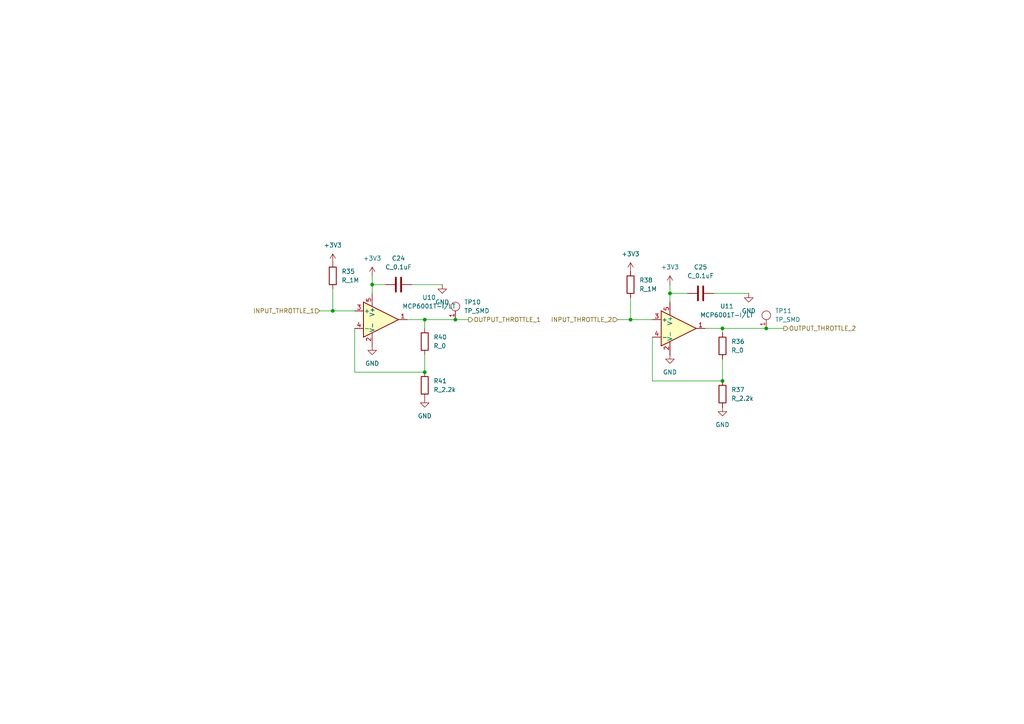
<source format=kicad_sch>
(kicad_sch (version 20250114) (generator "eeschema") (generator_version "9.0")
  (paper "A4")
  (title_block (title "Throttle Position Sensor") (comment 1 "By Leo Liao"))
  (lib_symbols
    (symbol "OEM:C_0.1uF_16V_0603" (pin_numbers (hide yes)) (pin_names (offset 0.254))
      (property "Reference" "C" (at 0.635 2.54 0))
      (property "Value" "C_0.1uF_16V" (at 0.635 -2.54 0))
      (symbol "C_0.1uF_16V_0603_0_1"
        (polyline (pts (xy -2.032 0.762) (xy 2.032 0.762)) (stroke (width 0.508)))
        (polyline (pts (xy -2.032 -0.762) (xy 2.032 -0.762)) (stroke (width 0.508)))
      )
      (symbol "C_0.1uF_16V_0603_1_1"
        (pin passive line (at 0 3.81 270) (length 2.794) (name "~") (number "1"))
        (pin passive line (at 0 -3.81 90) (length 2.794) (name "~") (number "2"))
      )
    )
    (symbol "OEM:R_0_0.1W_0603" (pin_numbers (hide yes)) (pin_names (offset 0))
      (property "Reference" "R" (at 2.032 0 90))
      (property "Value" "R_0" (at 0 0 90))
      (symbol "R_0_0.1W_0603_0_1"
        (rectangle (start -1.016 -2.54) (end 1.016 2.54) (stroke (width 0.254)))
      )
      (symbol "R_0_0.1W_0603_1_1"
        (pin passive line (at 0 3.81 270) (length 1.27) (name "~") (number "1"))
        (pin passive line (at 0 -3.81 90) (length 1.27) (name "~") (number "2"))
      )
    )
    (symbol "OEM:R_1M_0.1W_0603" (pin_numbers (hide yes)) (pin_names (offset 0))
      (property "Reference" "R" (at 2.032 0 90))
      (property "Value" "R_1M" (at 0 0 90))
      (symbol "R_1M_0.1W_0603_0_1"
        (rectangle (start -1.016 -2.54) (end 1.016 2.54) (stroke (width 0.254)))
      )
      (symbol "R_1M_0.1W_0603_1_1"
        (pin passive line (at 0 3.81 270) (length 1.27) (name "~") (number "1"))
        (pin passive line (at 0 -3.81 90) (length 1.27) (name "~") (number "2"))
      )
    )
    (symbol "OEM:R_2.2k_0.1W_0603" (pin_numbers (hide yes)) (pin_names (offset 0))
      (property "Reference" "R" (at 2.032 0 90))
      (property "Value" "R_2.2k" (at 0 0 90))
      (symbol "R_2.2k_0.1W_0603_0_1"
        (rectangle (start -1.016 -2.54) (end 1.016 2.54) (stroke (width 0.254)))
      )
      (symbol "R_2.2k_0.1W_0603_1_1"
        (pin passive line (at 0 3.81 270) (length 1.27) (name "~") (number "1"))
        (pin passive line (at 0 -3.81 90) (length 1.27) (name "~") (number "2"))
      )
    )
    (symbol "OEM:TP_Hook_SMD" (pin_names (offset 1.016))
      (property "Reference" "TP" (at 0 7.62 0))
      (property "Value" "TP_SMD" (at 1.27 5.08 0))
      (symbol "TP_Hook_SMD_1_1"
        (circle (center 0 2.54) (radius 1.27))
        (pin input line (at 0 -1.27 90) (length 2.54) (name "~") (number "1"))
      )
    )
    (symbol "OEM:U_OpAmp_MCP6001T-ILT_SOT-353" (pin_names (offset 0.127))
      (property "Reference" "U" (at 0 5.08 0))
      (property "Value" "MCP6001T-I/LT" (at 0 -5.08 0))
      (symbol "U_OpAmp_MCP6001T-ILT_SOT-353_0_1"
        (polyline (pts (xy -5.08 5.08) (xy 5.08 0) (xy -5.08 -5.08) (xy -5.08 5.08)) (stroke (width 0.254)) (fill (type background)))
        (pin power_in line (at -2.54 7.62 270) (length 3.81) (name "V+") (number "5"))
        (pin power_in line (at -2.54 -7.62 90) (length 3.81) (name "V-") (number "2"))
      )
      (symbol "U_OpAmp_MCP6001T-ILT_SOT-353_1_1"
        (pin input line (at -7.62 2.54 0) (length 2.54) (name "+") (number "3"))
        (pin input line (at -7.62 -2.54 0) (length 2.54) (name "-") (number "4"))
        (pin output line (at 7.62 0 180) (length 2.54) (name "~") (number "1"))
      )
    )
    (symbol "power:+3V3" (power) (pin_numbers (hide yes)) (pin_names (offset 0) (hide yes))
      (property "Value" "+3V3" (at 0 3.556 0))
      (symbol "+3V3_0_1"
        (polyline (pts (xy -0.762 1.27) (xy 0 2.54)))
        (polyline (pts (xy 0 2.54) (xy 0.762 1.27)))
        (polyline (pts (xy 0 0) (xy 0 2.54)))
      )
      (symbol "+3V3_1_1"
        (pin power_in line (at 0 0 90) (length 0) (name "~") (number "1"))
      )
    )
    (symbol "power:GND" (power) (pin_numbers (hide yes)) (pin_names (offset 0) (hide yes))
      (property "Value" "GND" (at 0 -3.81 0))
      (symbol "GND_0_1"
        (polyline (pts (xy 0 0) (xy 0 -1.27) (xy 1.27 -1.27) (xy 0 -2.54) (xy -1.27 -1.27) (xy 0 -1.27)))
      )
      (symbol "GND_1_1"
        (pin power_in line (at 0 0 270) (length 0) (name "~") (number "1"))
      )
    )
  )
  (junction (at 123.19 107.95))
  (junction (at 222.25 95.25))
  (junction (at 194.31 85.09))
  (junction (at 107.95 82.55))
  (junction (at 182.88 92.71))
  (junction (at 96.52 90.17))
  (junction (at 132.08 92.71))
  (junction (at 209.55 110.49))
  (junction (at 123.19 92.71))
  (junction (at 209.55 95.25))
  (wire (pts (xy 107.95 82.55) (xy 111.76 82.55)))
  (wire (pts (xy 199.39 85.09) (xy 194.31 85.09)))
  (wire (pts (xy 96.52 90.17) (xy 102.87 90.17)))
  (wire (pts (xy 194.31 82.55) (xy 194.31 85.09)))
  (wire (pts (xy 182.88 86.36) (xy 182.88 92.71)))
  (wire (pts (xy 118.11 92.71) (xy 123.19 92.71)))
  (wire (pts (xy 209.55 104.14) (xy 209.55 110.49)))
  (wire (pts (xy 209.55 110.49) (xy 189.23 110.49)))
  (wire (pts (xy 209.55 95.25) (xy 222.25 95.25)))
  (wire (pts (xy 107.95 80.01) (xy 107.95 82.55)))
  (wire (pts (xy 189.23 110.49) (xy 189.23 97.79)))
  (wire (pts (xy 207.01 85.09) (xy 217.17 85.09)))
  (wire (pts (xy 123.19 102.87) (xy 123.19 107.95)))
  (wire (pts (xy 128.27 82.55) (xy 119.38 82.55)))
  (wire (pts (xy 123.19 107.95) (xy 102.87 107.95)))
  (wire (pts (xy 222.25 95.25) (xy 227.33 95.25)))
  (wire (pts (xy 179.07 92.71) (xy 182.88 92.71)))
  (wire (pts (xy 102.87 107.95) (xy 102.87 95.25)))
  (wire (pts (xy 182.88 92.71) (xy 189.23 92.71)))
  (wire (pts (xy 107.95 82.55) (xy 107.95 85.09)))
  (wire (pts (xy 92.71 90.17) (xy 96.52 90.17)))
  (wire (pts (xy 194.31 85.09) (xy 194.31 87.63)))
  (wire (pts (xy 96.52 83.82) (xy 96.52 90.17)))
  (wire (pts (xy 132.08 92.71) (xy 135.89 92.71)))
  (wire (pts (xy 209.55 95.25) (xy 209.55 96.52)))
  (wire (pts (xy 123.19 95.25) (xy 123.19 92.71)))
  (wire (pts (xy 123.19 92.71) (xy 132.08 92.71)))
  (wire (pts (xy 204.47 95.25) (xy 209.55 95.25)))
  (hierarchical_label "INPUT_THROTTLE_1" (shape input) (at 92.71 90.17 180))
  (hierarchical_label "INPUT_THROTTLE_2" (shape input) (at 179.07 92.71 180))
  (hierarchical_label "OUTPUT_THROTTLE_2" (shape output) (at 227.33 95.25 0))
  (hierarchical_label "OUTPUT_THROTTLE_1" (shape output) (at 135.89 92.71 0))
  (symbol (lib_id "power:+3V3") (at 96.52 76.2 0) (unit 1)
    (property "Reference" "#PWR?" (effects (hide yes)))
    (property "Value" "+3V3" (at 96.52 71.12 0))
    (property "Description" "Power symbol creates a global label with name \"+3V3\"" (effects (hide yes)))
  )
  (symbol (lib_id "power:GND") (at 194.31 102.87 0) (unit 1)
    (property "Reference" "#PWR?" (effects (hide yes)))
    (property "Value" "GND" (at 194.31 107.95 0))
    (property "Description" "Power symbol creates a global label with name \"GND\" , ground" (effects (hide yes)))
  )
  (symbol (lib_id "OEM:R_2.2k_0.1W_0603") (at 123.19 111.76 0) (unit 1)
    (property "Reference" "R41" (at 125.73 110.4899 0) (effects (justify left)))
    (property "Value" "R_2.2k" (at 125.73 113.0299 0) (effects (justify left)))
    (property "Footprint" "OEM:R_0603_1608Metric" (effects (hide yes)))
    (property "Datasheet" "https://www.mouser.com/datasheet/3/317/1/ASC_WR.pdf" (effects (hide yes)))
    (property "Description" "RES 2.2K OHM 5% 1/10W 0603" (effects (hide yes)))
    (property "MPN" "WR06X222 JTL" (effects (hide yes)))
  )
  (symbol (lib_id "OEM:TP_Hook_SMD") (at 222.25 93.98 0) (unit 1)
    (property "Reference" "TP11" (at 224.79 90.1699 0) (effects (justify left)))
    (property "Value" "TP_SMD" (at 224.79 92.7099 0) (effects (justify left)))
    (property "Footprint" "OEM:TP_Hook_SMD" (effects (hide yes)))
    (property "Datasheet" "https://www.mouser.com/datasheet/3/201/1/5019.PDF" (effects (hide yes)))
    (property "Description" "Test Point SMD Hook" (effects (hide yes)))
    (property "MPN" "5019" (effects (hide yes)))
  )
  (symbol (lib_id "power:GND") (at 209.55 118.11 0) (unit 1)
    (property "Reference" "#PWR?" (effects (hide yes)))
    (property "Value" "GND" (at 209.55 123.19 0))
    (property "Description" "Power symbol creates a global label with name \"GND\" , ground" (effects (hide yes)))
  )
  (symbol (lib_id "OEM:R_0_0.1W_0603") (at 209.55 100.33 0) (unit 1)
    (property "Reference" "R36" (at 212.09 99.0599 0) (effects (justify left)))
    (property "Value" "R_0" (at 212.09 101.5999 0) (effects (justify left)))
    (property "Footprint" "OEM:R_0603_1608Metric" (effects (hide yes)))
    (property "Datasheet" "https://www.mouser.com/datasheet/3/1099/1/SEI-RMCF_RMCP.pdf" (effects (hide yes)))
    (property "Description" "RES 0 OHM JUMPER 1/10W 0603" (effects (hide yes)))
    (property "MPN" "RMCF0603ZT0R00" (effects (hide yes)))
  )
  (symbol (lib_id "power:+3V3") (at 194.31 82.55 0) (unit 1)
    (property "Reference" "#PWR?" (effects (hide yes)))
    (property "Value" "+3V3" (at 194.31 77.47 0))
    (property "Description" "Power symbol creates a global label with name \"+3V3\"" (effects (hide yes)))
  )
  (symbol (lib_id "OEM:C_0.1uF_16V_0603") (at 203.2 85.09 90) (unit 1)
    (property "Reference" "C25" (at 203.2 77.47 90))
    (property "Value" "C_0.1uF" (at 203.2 80.01 90))
    (property "Footprint" "OEM:C_0603_1608Metric" (effects (hide yes)))
    (property "Datasheet" "https://www.mouser.com/datasheet/3/72/1/KEM_C1005_Y5V_SMD.pdf" (effects (hide yes)))
    (property "Description" "CAP CER 0.1UF 16V Y5V 0603" (effects (hide yes)))
    (property "MPN" "C0603C104Z4VACTU" (effects (hide yes)))
  )
  (symbol (lib_id "OEM:U_OpAmp_MCP6001T-ILT_SOT-353") (at 110.49 92.71 0) (unit 1)
    (property "Reference" "U10" (at 124.46 86.2898 0))
    (property "Value" "MCP6001T-I/LT" (at 124.46 88.8298 0))
    (property "Footprint" "OEM:SOT-353_SC-70-5" (effects (hide yes)))
    (property "Datasheet" "https://www.mouser.com/datasheet/3/282/1/MCP6001-1R-1U-2-4-1-MHz-Low-Power-Op-Amp-DS20001733L.pdf" (effects (hide yes)))
    (property "Description" "IC OPAMP GP 1 CIRCUIT SC70-5" (effects (hide yes)))
    (property "MPN" "MCP6001T-I/LT" (effects (hide yes)))
  )
  (symbol (lib_id "power:GND") (at 128.27 82.55 0) (unit 1)
    (property "Reference" "#PWR?" (effects (hide yes)))
    (property "Value" "GND" (at 128.27 87.63 0))
    (property "Description" "Power symbol creates a global label with name \"GND\" , ground" (effects (hide yes)))
  )
  (symbol (lib_id "OEM:R_2.2k_0.1W_0603") (at 209.55 114.3 0) (unit 1)
    (property "Reference" "R37" (at 212.09 113.0299 0) (effects (justify left)))
    (property "Value" "R_2.2k" (at 212.09 115.5699 0) (effects (justify left)))
    (property "Footprint" "OEM:R_0603_1608Metric" (effects (hide yes)))
    (property "Datasheet" "https://www.mouser.com/datasheet/3/317/1/ASC_WR.pdf" (effects (hide yes)))
    (property "Description" "RES 2.2K OHM 5% 1/10W 0603" (effects (hide yes)))
    (property "MPN" "WR06X222 JTL" (effects (hide yes)))
  )
  (symbol (lib_id "power:GND") (at 217.17 85.09 0) (unit 1)
    (property "Reference" "#PWR?" (effects (hide yes)))
    (property "Value" "GND" (at 217.17 90.17 0))
    (property "Description" "Power symbol creates a global label with name \"GND\" , ground" (effects (hide yes)))
  )
  (symbol (lib_id "OEM:U_OpAmp_MCP6001T-ILT_SOT-353") (at 196.85 95.25 0) (unit 1)
    (property "Reference" "U11" (at 210.82 88.8298 0))
    (property "Value" "MCP6001T-I/LT" (at 210.82 91.3698 0))
    (property "Footprint" "OEM:SOT-353_SC-70-5" (effects (hide yes)))
    (property "Datasheet" "https://www.mouser.com/datasheet/3/282/1/MCP6001-1R-1U-2-4-1-MHz-Low-Power-Op-Amp-DS20001733L.pdf" (effects (hide yes)))
    (property "Description" "IC OPAMP GP 1 CIRCUIT SC70-5" (effects (hide yes)))
    (property "MPN" "MCP6001T-I/LT" (effects (hide yes)))
  )
  (symbol (lib_id "power:GND") (at 123.19 115.57 0) (unit 1)
    (property "Reference" "#PWR?" (effects (hide yes)))
    (property "Value" "GND" (at 123.19 120.65 0))
    (property "Description" "Power symbol creates a global label with name \"GND\" , ground" (effects (hide yes)))
  )
  (symbol (lib_id "OEM:TP_Hook_SMD") (at 132.08 91.44 0) (unit 1)
    (property "Reference" "TP10" (at 134.62 87.6299 0) (effects (justify left)))
    (property "Value" "TP_SMD" (at 134.62 90.1699 0) (effects (justify left)))
    (property "Footprint" "OEM:TP_Hook_SMD" (effects (hide yes)))
    (property "Datasheet" "https://www.mouser.com/datasheet/3/201/1/5019.PDF" (effects (hide yes)))
    (property "Description" "Test Point SMD Hook" (effects (hide yes)))
    (property "MPN" "5019" (effects (hide yes)))
  )
  (symbol (lib_id "power:+3V3") (at 182.88 78.74 0) (unit 1)
    (property "Reference" "#PWR?" (effects (hide yes)))
    (property "Value" "+3V3" (at 182.88 73.66 0))
    (property "Description" "Power symbol creates a global label with name \"+3V3\"" (effects (hide yes)))
  )
  (symbol (lib_id "power:GND") (at 107.95 100.33 0) (unit 1)
    (property "Reference" "#PWR?" (effects (hide yes)))
    (property "Value" "GND" (at 107.95 105.41 0))
    (property "Description" "Power symbol creates a global label with name \"GND\" , ground" (effects (hide yes)))
  )
  (symbol (lib_id "OEM:R_1M_0.1W_0603") (at 96.52 80.01 0) (unit 1)
    (property "Reference" "R35" (at 99.06 78.7399 0) (effects (justify left)))
    (property "Value" "R_1M" (at 99.06 81.2799 0) (effects (justify left)))
    (property "Footprint" "OEM:R_0603_1608Metric" (effects (hide yes)))
    (property "Datasheet" "https://www.mouser.com/datasheet/3/317/1/ASC_WR.pdf" (effects (hide yes)))
    (property "Description" "RES 1M OHM 1% 1/10W 0603" (effects (hide yes)))
    (property "MPN" "WR06X1004FTL" (effects (hide yes)))
  )
  (symbol (lib_id "OEM:R_1M_0.1W_0603") (at 182.88 82.55 0) (unit 1)
    (property "Reference" "R38" (at 185.42 81.2799 0) (effects (justify left)))
    (property "Value" "R_1M" (at 185.42 83.8199 0) (effects (justify left)))
    (property "Footprint" "OEM:R_0603_1608Metric" (effects (hide yes)))
    (property "Datasheet" "https://www.mouser.com/datasheet/3/317/1/ASC_WR.pdf" (effects (hide yes)))
    (property "Description" "RES 1M OHM 1% 1/10W 0603" (effects (hide yes)))
    (property "MPN" "WR06X1004FTL" (effects (hide yes)))
  )
  (symbol (lib_id "OEM:R_0_0.1W_0603") (at 123.19 99.06 0) (unit 1)
    (property "Reference" "R40" (at 125.73 97.7899 0) (effects (justify left)))
    (property "Value" "R_0" (at 125.73 100.3299 0) (effects (justify left)))
    (property "Footprint" "OEM:R_0603_1608Metric" (effects (hide yes)))
    (property "Datasheet" "https://www.mouser.com/datasheet/3/1099/1/SEI-RMCF_RMCP.pdf" (effects (hide yes)))
    (property "Description" "RES 0 OHM JUMPER 1/10W 0603" (effects (hide yes)))
    (property "MPN" "RMCF0603ZT0R00" (effects (hide yes)))
  )
  (symbol (lib_id "power:+3V3") (at 107.95 80.01 0) (unit 1)
    (property "Reference" "#PWR?" (effects (hide yes)))
    (property "Value" "+3V3" (at 107.95 74.93 0))
    (property "Description" "Power symbol creates a global label with name \"+3V3\"" (effects (hide yes)))
  )
  (symbol (lib_id "OEM:C_0.1uF_16V_0603") (at 115.57 82.55 90) (unit 1)
    (property "Reference" "C24" (at 115.57 74.93 90))
    (property "Value" "C_0.1uF" (at 115.57 77.47 90))
    (property "Footprint" "OEM:C_0603_1608Metric" (effects (hide yes)))
    (property "Datasheet" "https://www.mouser.com/datasheet/3/72/1/KEM_C1005_Y5V_SMD.pdf" (effects (hide yes)))
    (property "Description" "CAP CER 0.1UF 16V Y5V 0603" (effects (hide yes)))
    (property "MPN" "C0603C104Z4VACTU" (effects (hide yes)))
  )
)
</source>
